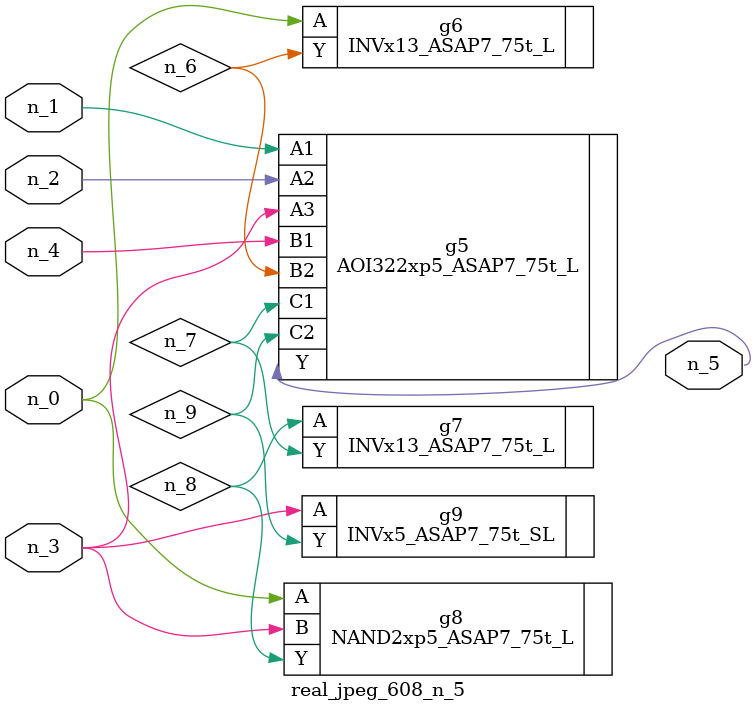
<source format=v>
module real_jpeg_608_n_5 (n_4, n_0, n_1, n_2, n_3, n_5);

input n_4;
input n_0;
input n_1;
input n_2;
input n_3;

output n_5;

wire n_8;
wire n_6;
wire n_7;
wire n_9;

INVx13_ASAP7_75t_L g6 ( 
.A(n_0),
.Y(n_6)
);

NAND2xp5_ASAP7_75t_L g8 ( 
.A(n_0),
.B(n_3),
.Y(n_8)
);

AOI322xp5_ASAP7_75t_L g5 ( 
.A1(n_1),
.A2(n_2),
.A3(n_3),
.B1(n_4),
.B2(n_6),
.C1(n_7),
.C2(n_9),
.Y(n_5)
);

INVx5_ASAP7_75t_SL g9 ( 
.A(n_3),
.Y(n_9)
);

INVx13_ASAP7_75t_L g7 ( 
.A(n_8),
.Y(n_7)
);


endmodule
</source>
